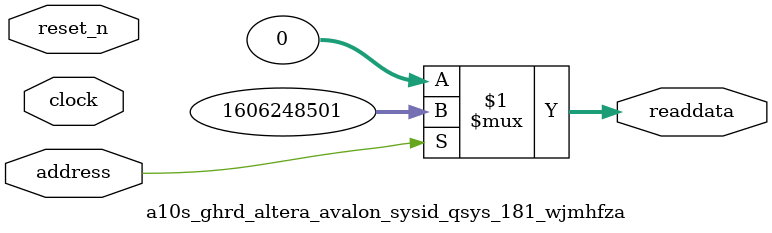
<source format=v>



// synthesis translate_off
`timescale 1ns / 1ps
// synthesis translate_on

// turn off superfluous verilog processor warnings 
// altera message_level Level1 
// altera message_off 10034 10035 10036 10037 10230 10240 10030 

module a10s_ghrd_altera_avalon_sysid_qsys_181_wjmhfza (
               // inputs:
                address,
                clock,
                reset_n,

               // outputs:
                readdata
             )
;

  output  [ 31: 0] readdata;
  input            address;
  input            clock;
  input            reset_n;

  wire    [ 31: 0] readdata;
  //control_slave, which is an e_avalon_slave
  assign readdata = address ? 1606248501 : 0;

endmodule



</source>
